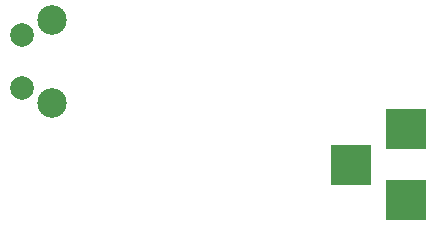
<source format=gbs>
G04 (created by PCBNEW (2013-07-07 BZR 4022)-stable) date 7.12.2014. 23:29:36*
%MOIN*%
G04 Gerber Fmt 3.4, Leading zero omitted, Abs format*
%FSLAX34Y34*%
G01*
G70*
G90*
G04 APERTURE LIST*
%ADD10C,0.00590551*%
%ADD11R,0.1378X0.1378*%
%ADD12C,0.0984252*%
%ADD13C,0.0787402*%
G04 APERTURE END LIST*
G54D10*
G54D11*
X23425Y-12677D03*
X23425Y-10315D03*
X21575Y-11496D03*
G54D12*
X11614Y-6692D03*
X11614Y-9448D03*
G54D13*
X10629Y-7185D03*
X10629Y-8956D03*
M02*

</source>
